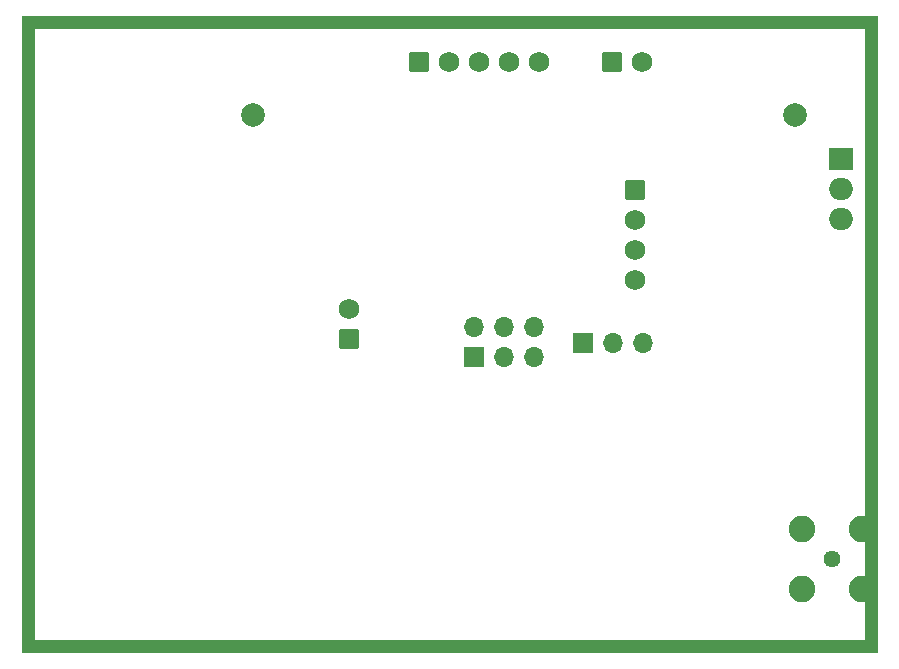
<source format=gbr>
%TF.GenerationSoftware,KiCad,Pcbnew,7.0.2*%
%TF.CreationDate,2023-08-02T15:39:13+02:00*%
%TF.ProjectId,ATV,4154562e-6b69-4636-9164-5f7063625858,1*%
%TF.SameCoordinates,Original*%
%TF.FileFunction,Soldermask,Bot*%
%TF.FilePolarity,Negative*%
%FSLAX46Y46*%
G04 Gerber Fmt 4.6, Leading zero omitted, Abs format (unit mm)*
G04 Created by KiCad (PCBNEW 7.0.2) date 2023-08-02 15:39:13*
%MOMM*%
%LPD*%
G01*
G04 APERTURE LIST*
G04 Aperture macros list*
%AMRoundRect*
0 Rectangle with rounded corners*
0 $1 Rounding radius*
0 $2 $3 $4 $5 $6 $7 $8 $9 X,Y pos of 4 corners*
0 Add a 4 corners polygon primitive as box body*
4,1,4,$2,$3,$4,$5,$6,$7,$8,$9,$2,$3,0*
0 Add four circle primitives for the rounded corners*
1,1,$1+$1,$2,$3*
1,1,$1+$1,$4,$5*
1,1,$1+$1,$6,$7*
1,1,$1+$1,$8,$9*
0 Add four rect primitives between the rounded corners*
20,1,$1+$1,$2,$3,$4,$5,0*
20,1,$1+$1,$4,$5,$6,$7,0*
20,1,$1+$1,$6,$7,$8,$9,0*
20,1,$1+$1,$8,$9,$2,$3,0*%
G04 Aperture macros list end*
%ADD10C,0.100000*%
%ADD11O,2.000000X1.905000*%
%ADD12R,2.000000X1.905000*%
%ADD13C,1.740000*%
%ADD14RoundRect,0.249999X0.620001X-0.620001X0.620001X0.620001X-0.620001X0.620001X-0.620001X-0.620001X0*%
%ADD15O,1.700000X1.700000*%
%ADD16R,1.700000X1.700000*%
%ADD17RoundRect,0.249999X-0.620001X-0.620001X0.620001X-0.620001X0.620001X0.620001X-0.620001X0.620001X0*%
%ADD18RoundRect,0.249999X-0.620001X0.620001X-0.620001X-0.620001X0.620001X-0.620001X0.620001X0.620001X0*%
%ADD19C,2.000000*%
%ADD20C,2.250000*%
%ADD21C,1.440000*%
G04 APERTURE END LIST*
D10*
X61468000Y-162306000D02*
X60452000Y-162306000D01*
X60452000Y-108966000D01*
X61468000Y-108966000D01*
X61468000Y-162306000D01*
G36*
X61468000Y-162306000D02*
G01*
X60452000Y-162306000D01*
X60452000Y-108966000D01*
X61468000Y-108966000D01*
X61468000Y-162306000D01*
G37*
X132842000Y-162306000D02*
X60452000Y-162306000D01*
X60452000Y-161290000D01*
X132842000Y-161290000D01*
X132842000Y-162306000D01*
G36*
X132842000Y-162306000D02*
G01*
X60452000Y-162306000D01*
X60452000Y-161290000D01*
X132842000Y-161290000D01*
X132842000Y-162306000D01*
G37*
X132842000Y-162306000D02*
X131826000Y-162306000D01*
X131826000Y-108966000D01*
X132842000Y-108966000D01*
X132842000Y-162306000D01*
G36*
X132842000Y-162306000D02*
G01*
X131826000Y-162306000D01*
X131826000Y-108966000D01*
X132842000Y-108966000D01*
X132842000Y-162306000D01*
G37*
X132842000Y-109474000D02*
X60452000Y-109474000D01*
X60452000Y-108458000D01*
X132842000Y-108458000D01*
X132842000Y-109474000D01*
G36*
X132842000Y-109474000D02*
G01*
X60452000Y-109474000D01*
X60452000Y-108458000D01*
X132842000Y-108458000D01*
X132842000Y-109474000D01*
G37*
D11*
%TO.C,U5*%
X129755900Y-125564900D03*
X129755900Y-123024900D03*
D12*
X129755900Y-120484900D03*
%TD*%
D13*
%TO.C,J1*%
X88138000Y-133223000D03*
D14*
X88138000Y-135763000D03*
%TD*%
D15*
%TO.C,J4*%
X113030000Y-136144000D03*
X110490000Y-136144000D03*
D16*
X107950000Y-136144000D03*
%TD*%
D15*
%TO.C,J7*%
X103759000Y-134747000D03*
X103759000Y-137287000D03*
X101219000Y-134747000D03*
X101219000Y-137287000D03*
X98679000Y-134747000D03*
D16*
X98679000Y-137287000D03*
%TD*%
D13*
%TO.C,J5*%
X104190800Y-112318800D03*
X101650800Y-112318800D03*
X99110800Y-112318800D03*
X96570800Y-112318800D03*
D17*
X94030800Y-112318800D03*
%TD*%
D13*
%TO.C,J6*%
X112344200Y-130784600D03*
X112344200Y-128244600D03*
X112344200Y-125704600D03*
D18*
X112344200Y-123164600D03*
%TD*%
D13*
%TO.C,J3*%
X112953800Y-112318800D03*
D17*
X110413800Y-112318800D03*
%TD*%
D19*
%TO.C,J2*%
X80010000Y-116814600D03*
%TD*%
D20*
%TO.C,J9*%
X126492000Y-156972000D03*
X126492000Y-151892000D03*
X131572000Y-151892000D03*
X131572000Y-156972000D03*
D21*
X129032000Y-154432000D03*
%TD*%
D19*
%TO.C,J8*%
X125882400Y-116814600D03*
%TD*%
M02*

</source>
